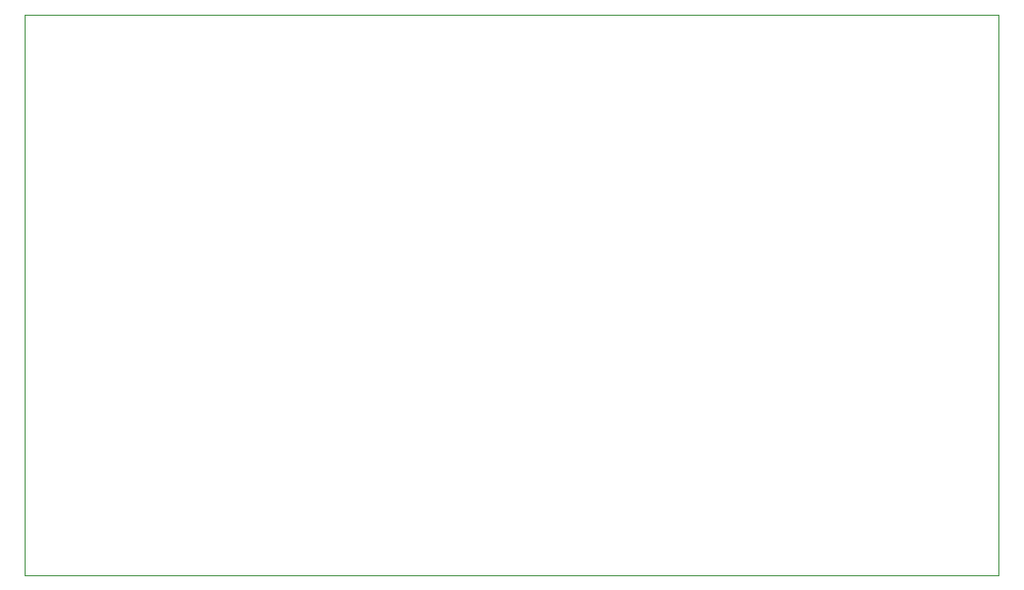
<source format=gbr>
%TF.GenerationSoftware,KiCad,Pcbnew,7.0.5*%
%TF.CreationDate,2023-08-13T15:57:13+02:00*%
%TF.ProjectId,Sorbus-65C02,536f7262-7573-42d3-9635-4330322e6b69,rev?*%
%TF.SameCoordinates,Original*%
%TF.FileFunction,Profile,NP*%
%FSLAX46Y46*%
G04 Gerber Fmt 4.6, Leading zero omitted, Abs format (unit mm)*
G04 Created by KiCad (PCBNEW 7.0.5) date 2023-08-13 15:57:13*
%MOMM*%
%LPD*%
G01*
G04 APERTURE LIST*
%TA.AperFunction,Profile*%
%ADD10C,0.100000*%
%TD*%
G04 APERTURE END LIST*
D10*
X25400000Y-35560000D02*
X109220000Y-35560000D01*
X25400000Y-83820000D02*
X25400000Y-35560000D01*
X109220000Y-35560000D02*
X109220000Y-83820000D01*
X109220000Y-83820000D02*
X25400000Y-83820000D01*
M02*

</source>
